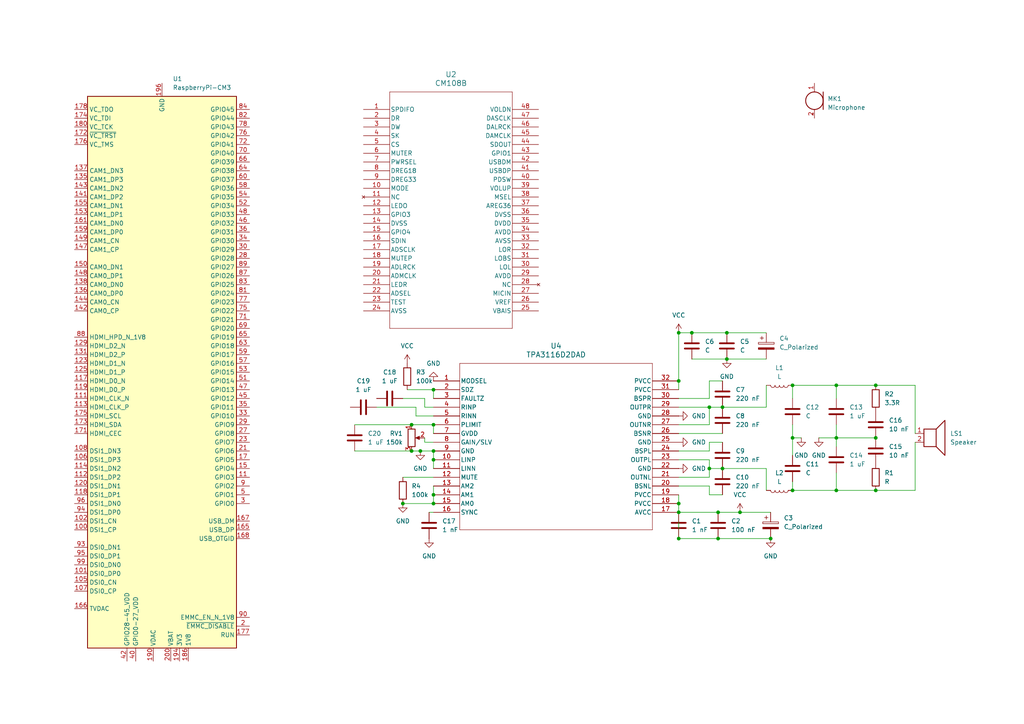
<source format=kicad_sch>
(kicad_sch (version 20250114) (generator "eeschema") (generator_version "9.0")
  (paper "A4")
  (lib_symbols
    (symbol "2026-02-20_16-41-48:CM108B" (pin_names (offset 0.254))
      (property "Reference" "U" (at 25.4 10.16 0))
      (property "Value" "CM108B" (at 25.4 7.62 0))
      (symbol "CM108B_0_1"
        (polyline (pts (xy 7.62 5.08) (xy 7.62 -63.5)) (stroke (width 0.127)))
        (polyline (pts (xy 7.62 -63.5) (xy 43.18 -63.5)) (stroke (width 0.127)))
        (polyline (pts (xy 43.18 5.08) (xy 7.62 5.08)) (stroke (width 0.127)))
        (polyline (pts (xy 43.18 -63.5) (xy 43.18 5.08)) (stroke (width 0.127)))
        (pin unspecified line (at 0 0 0) (length 7.62) (name "SPDIFO") (number "1"))
        (pin unspecified line (at 0 -2.54 0) (length 7.62) (name "DR") (number "2"))
        (pin unspecified line (at 0 -5.08 0) (length 7.62) (name "DW") (number "3"))
        (pin unspecified line (at 0 -7.62 0) (length 7.62) (name "SK") (number "4"))
        (pin unspecified line (at 0 -10.16 0) (length 7.62) (name "CS") (number "5"))
        (pin unspecified line (at 0 -12.7 0) (length 7.62) (name "MUTER") (number "6"))
        (pin unspecified line (at 0 -15.24 0) (length 7.62) (name "PWRSEL") (number "7"))
        (pin bidirectional line (at 0 -17.78 0) (length 7.62) (name "DREG18") (number "8"))
        (pin bidirectional line (at 0 -20.32 0) (length 7.62) (name "DREG33") (number "9"))
        (pin unspecified line (at 0 -22.86 0) (length 7.62) (name "MODE") (number "10"))
        (pin no_connect line (at 0 -25.4 0) (length 7.62) (name "NC") (number "11"))
        (pin unspecified line (at 0 -27.94 0) (length 7.62) (name "LEDO") (number "12"))
        (pin bidirectional line (at 0 -30.48 0) (length 7.62) (name "GPIO3") (number "13"))
        (pin power_out line (at 0 -33.02 0) (length 7.62) (name "DVSS") (number "14"))
        (pin bidirectional line (at 0 -35.56 0) (length 7.62) (name "GPIO4") (number "15"))
        (pin unspecified line (at 0 -38.1 0) (length 7.62) (name "SDIN") (number "16"))
        (pin unspecified line (at 0 -40.64 0) (length 7.62) (name "ADSCLK") (number "17"))
        (pin unspecified line (at 0 -43.18 0) (length 7.62) (name "MUTEP") (number "18"))
        (pin unspecified line (at 0 -45.72 0) (length 7.62) (name "ADLRCK") (number "19"))
        (pin unspecified line (at 0 -48.26 0) (length 7.62) (name "ADMCLK") (number "20"))
        (pin unspecified line (at 0 -50.8 0) (length 7.62) (name "LEDR") (number "21"))
        (pin unspecified line (at 0 -53.34 0) (length 7.62) (name "ADSEL") (number "22"))
        (pin unspecified line (at 0 -55.88 0) (length 7.62) (name "TEST") (number "23"))
        (pin power_out line (at 0 -58.42 0) (length 7.62) (name "AVSS") (number "24"))
        (pin unspecified line (at 50.8 0 180) (length 7.62) (name "VOLDN") (number "48"))
        (pin unspecified line (at 50.8 -2.54 180) (length 7.62) (name "DASCLK") (number "47"))
        (pin unspecified line (at 50.8 -5.08 180) (length 7.62) (name "DALRCK") (number "46"))
        (pin unspecified line (at 50.8 -7.62 180) (length 7.62) (name "DAMCLK") (number "45"))
        (pin output line (at 50.8 -10.16 180) (length 7.62) (name "SDOUT") (number "44"))
        (pin bidirectional line (at 50.8 -12.7 180) (length 7.62) (name "GPIO1") (number "43"))
        (pin unspecified line (at 50.8 -15.24 180) (length 7.62) (name "USBDM") (number "42"))
        (pin unspecified line (at 50.8 -17.78 180) (length 7.62) (name "USBDP") (number "41"))
        (pin unspecified line (at 50.8 -20.32 180) (length 7.62) (name "PDSW") (number "40"))
        (pin unspecified line (at 50.8 -22.86 180) (length 7.62) (name "VOLUP") (number "39"))
        (pin unspecified line (at 50.8 -25.4 180) (length 7.62) (name "MSEL") (number "38"))
        (pin unspecified line (at 50.8 -27.94 180) (length 7.62) (name "AREG36") (number "37"))
        (pin power_out line (at 50.8 -30.48 180) (length 7.62) (name "DVSS") (number "36"))
        (pin power_in line (at 50.8 -33.02 180) (length 7.62) (name "DVDD") (number "35"))
        (pin power_in line (at 50.8 -35.56 180) (length 7.62) (name "AVDD") (number "34"))
        (pin power_out line (at 50.8 -38.1 180) (length 7.62) (name "AVSS") (number "33"))
        (pin unspecified line (at 50.8 -40.64 180) (length 7.62) (name "LOR") (number "32"))
        (pin unspecified line (at 50.8 -43.18 180) (length 7.62) (name "LOBS") (number "31"))
        (pin unspecified line (at 50.8 -45.72 180) (length 7.62) (name "LOL") (number "30"))
        (pin power_in line (at 50.8 -48.26 180) (length 7.62) (name "AVDD") (number "29"))
        (pin no_connect line (at 50.8 -50.8 180) (length 7.62) (name "NC") (number "28"))
        (pin unspecified line (at 50.8 -53.34 180) (length 7.62) (name "MICIN") (number "27"))
        (pin power_in line (at 50.8 -55.88 180) (length 7.62) (name "VREF") (number "26"))
        (pin unspecified line (at 50.8 -58.42 180) (length 7.62) (name "VBAIS") (number "25"))
      )
    )
    (symbol "Device:C" (pin_numbers (hide yes)) (pin_names (offset 0.254))
      (property "Reference" "C" (at 0.635 2.54 0))
      (property "Value" "C" (at 0.635 -2.54 0))
      (symbol "C_0_1"
        (polyline (pts (xy -2.032 0.762) (xy 2.032 0.762)) (stroke (width 0.508)))
        (polyline (pts (xy -2.032 -0.762) (xy 2.032 -0.762)) (stroke (width 0.508)))
      )
      (symbol "C_1_1"
        (pin passive line (at 0 3.81 270) (length 2.794) (name "~") (number "1"))
        (pin passive line (at 0 -3.81 90) (length 2.794) (name "~") (number "2"))
      )
    )
    (symbol "Device:C_Polarized" (pin_numbers (hide yes)) (pin_names (offset 0.254))
      (property "Reference" "C" (at 0.635 2.54 0))
      (property "Value" "C_Polarized" (at 0.635 -2.54 0))
      (symbol "C_Polarized_0_1"
        (rectangle (start -2.286 0.508) (end 2.286 1.016))
        (polyline (pts (xy -1.778 2.286) (xy -0.762 2.286)))
        (polyline (pts (xy -1.27 2.794) (xy -1.27 1.778)))
        (rectangle (start 2.286 -0.508) (end -2.286 -1.016) (fill (type outline)))
      )
      (symbol "C_Polarized_1_1"
        (pin passive line (at 0 3.81 270) (length 2.794) (name "~") (number "1"))
        (pin passive line (at 0 -3.81 90) (length 2.794) (name "~") (number "2"))
      )
    )
    (symbol "Device:L" (pin_numbers (hide yes)) (pin_names (offset 1.016) (hide yes))
      (property "Reference" "L" (at -1.27 0 90))
      (property "Value" "L" (at 1.905 0 90))
      (symbol "L_0_1"
        (arc (start 0 2.54) (mid 0.6323 1.905) (end 0 1.27))
        (arc (start 0 1.27) (mid 0.6323 0.635) (end 0 0))
        (arc (start 0 0) (mid 0.6323 -0.635) (end 0 -1.27))
        (arc (start 0 -1.27) (mid 0.6323 -1.905) (end 0 -2.54))
      )
      (symbol "L_1_1"
        (pin passive line (at 0 3.81 270) (length 1.27) (name "1") (number "1"))
        (pin passive line (at 0 -3.81 90) (length 1.27) (name "2") (number "2"))
      )
    )
    (symbol "Device:Microphone" (pin_names (offset 0.0254) (hide yes))
      (property "Reference" "MK" (at -3.81 1.27 0))
      (property "Value" "Microphone" (at -3.81 -0.635 0))
      (symbol "Microphone_0_1"
        (polyline (pts (xy -2.54 2.54) (xy -2.54 -2.54)) (stroke (width 0.254)))
        (circle (center 0 0) (radius 2.54) (stroke (width 0.254)))
        (polyline (pts (xy 0.254 3.81) (xy 0.762 3.81)))
        (polyline (pts (xy 0.508 4.064) (xy 0.508 3.556)))
      )
      (symbol "Microphone_1_1"
        (pin passive line (at 0 5.08 270) (length 2.54) (name "+") (number "2"))
        (pin passive line (at 0 -5.08 90) (length 2.54) (name "-") (number "1"))
      )
    )
    (symbol "Device:R" (pin_numbers (hide yes)) (pin_names (offset 0))
      (property "Reference" "R" (at 2.032 0 90))
      (property "Value" "R" (at 0 0 90))
      (symbol "R_0_1"
        (rectangle (start -1.016 -2.54) (end 1.016 2.54) (stroke (width 0.254)))
      )
      (symbol "R_1_1"
        (pin passive line (at 0 3.81 270) (length 1.27) (name "~") (number "1"))
        (pin passive line (at 0 -3.81 90) (length 1.27) (name "~") (number "2"))
      )
    )
    (symbol "Device:R_Potentiometer" (pin_names (offset 1.016) (hide yes))
      (property "Reference" "RV" (at -4.445 0 90))
      (property "Value" "R_Potentiometer" (at -2.54 0 90))
      (symbol "R_Potentiometer_0_1"
        (rectangle (start 1.016 2.54) (end -1.016 -2.54) (stroke (width 0.254)))
        (polyline (pts (xy 1.143 0) (xy 2.286 0.508) (xy 2.286 -0.508) (xy 1.143 0)) (fill (type outline)))
        (polyline (pts (xy 2.54 0) (xy 1.524 0)))
      )
      (symbol "R_Potentiometer_1_1"
        (pin passive line (at 0 3.81 270) (length 1.27) (name "1") (number "1"))
        (pin passive line (at 0 -3.81 90) (length 1.27) (name "3") (number "3"))
        (pin passive line (at 3.81 0 180) (length 1.27) (name "2") (number "2"))
      )
    )
    (symbol "Device:Speaker" (pin_names (offset 0) (hide yes))
      (property "Reference" "LS" (at 1.27 5.715 0))
      (property "Value" "Speaker" (at 1.27 3.81 0))
      (symbol "Speaker_0_0"
        (rectangle (start -2.54 1.27) (end 1.016 -3.81) (stroke (width 0.254)))
        (polyline (pts (xy 1.016 1.27) (xy 3.556 3.81) (xy 3.556 -6.35) (xy 1.016 -3.81)) (stroke (width 0.254)))
      )
      (symbol "Speaker_1_1"
        (pin input line (at -5.08 0 0) (length 2.54) (name "1") (number "1"))
        (pin input line (at -5.08 -2.54 0) (length 2.54) (name "2") (number "2"))
      )
    )
    (symbol "MCU_Module:RaspberryPi-CM3"
      (property "Reference" "U" (at -20.32 81.28 0))
      (property "Value" "RaspberryPi-CM3" (at 20.32 81.28 0))
      (symbol "RaspberryPi-CM3_0_1"
        (rectangle (start -21.59 80.01) (end 21.59 -80.01) (stroke (width 0.254)) (fill (type background)))
      )
      (symbol "RaspberryPi-CM3_1_1"
        (pin input line (at -25.4 76.2 0) (length 3.81) (name "RUN") (number "177"))
        (pin input line (at -25.4 73.66 0) (length 3.81) (name "~{EMMC_DISABLE}") (number "2"))
        (pin output line (at -25.4 71.12 0) (length 3.81) (name "EMMC_EN_N_1V8") (number "90"))
        (pin passive line (at -25.4 48.26 0) (length 3.81) (name "USB_OTGID") (number "168"))
        (pin bidirectional line (at -25.4 45.72 0) (length 3.81) (name "USB_DP") (number "165"))
        (pin bidirectional line (at -25.4 43.18 0) (length 3.81) (name "USB_DM") (number "167"))
        (pin bidirectional line (at -25.4 38.1 0) (length 3.81) (name "GPIO0") (number "3"))
        (pin bidirectional line (at -25.4 35.56 0) (length 3.81) (name "GPIO1") (number "5"))
        (pin bidirectional line (at -25.4 33.02 0) (length 3.81) (name "GPIO2") (number "9"))
        (pin bidirectional line (at -25.4 30.48 0) (length 3.81) (name "GPIO3") (number "11"))
        (pin bidirectional line (at -25.4 27.94 0) (length 3.81) (name "GPIO4") (number "15"))
        (pin bidirectional line (at -25.4 25.4 0) (length 3.81) (name "GPIO5") (number "17"))
        (pin bidirectional line (at -25.4 22.86 0) (length 3.81) (name "GPIO6") (number "21"))
        (pin bidirectional line (at -25.4 20.32 0) (length 3.81) (name "GPIO7") (number "23"))
        (pin bidirectional line (at -25.4 17.78 0) (length 3.81) (name "GPIO8") (number "27"))
        (pin bidirectional line (at -25.4 15.24 0) (length 3.81) (name "GPIO9") (number "29"))
        (pin bidirectional line (at -25.4 12.7 0) (length 3.81) (name "GPIO10") (number "33"))
        (pin bidirectional line (at -25.4 10.16 0) (length 3.81) (name "GPIO11") (number "35"))
        (pin bidirectional line (at -25.4 7.62 0) (length 3.81) (name "GPIO12") (number "45"))
        (pin bidirectional line (at -25.4 5.08 0) (length 3.81) (name "GPIO13") (number "47"))
        (pin bidirectional line (at -25.4 2.54 0) (length 3.81) (name "GPIO14") (number "51"))
        (pin bidirectional line (at -25.4 0 0) (length 3.81) (name "GPIO15") (number "53"))
        (pin bidirectional line (at -25.4 -2.54 0) (length 3.81) (name "GPIO16") (number "57"))
        (pin bidirectional line (at -25.4 -5.08 0) (length 3.81) (name "GPIO17") (number "59"))
        (pin bidirectional line (at -25.4 -7.62 0) (length 3.81) (name "GPIO18") (number "63"))
        (pin bidirectional line (at -25.4 -10.16 0) (length 3.81) (name "GPIO19") (number "65"))
        (pin bidirectional line (at -25.4 -12.7 0) (length 3.81) (name "GPIO20") (number "69"))
        (pin bidirectional line (at -25.4 -15.24 0) (length 3.81) (name "GPIO21") (number "71"))
        (pin bidirectional line (at -25.4 -17.78 0) (length 3.81) (name "GPIO22") (number "75"))
        (pin bidirectional line (at -25.4 -20.32 0) (length 3.81) (name "GPIO23") (number "77"))
        (pin bidirectional line (at -25.4 -22.86 0) (length 3.81) (name "GPIO24") (number "81"))
        (pin bidirectional line (at -25.4 -25.4 0) (length 3.81) (name "GPIO25") (number "83"))
        (pin bidirectional line (at -25.4 -27.94 0) (length 3.81) (name "GPIO26") (number "87"))
        (pin bidirectional line (at -25.4 -30.48 0) (length 3.81) (name "GPIO27") (number "89"))
        (pin bidirectional line (at -25.4 -33.02 0) (length 3.81) (name "GPIO28") (number "28"))
        (pin bidirectional line (at -25.4 -35.56 0) (length 3.81) (name "GPIO29") (number "30"))
        (pin bidirectional line (at -25.4 -38.1 0) (length 3.81) (name "GPIO30") (number "34"))
        (pin bidirectional line (at -25.4 -40.64 0) (length 3.81) (name "GPIO31") (number "36"))
        (pin bidirectional line (at -25.4 -43.18 0) (length 3.81) (name "GPIO32") (number "46"))
        (pin bidirectional line (at -25.4 -45.72 0) (length 3.81) (name "GPIO33") (number "48"))
        (pin bidirectional line (at -25.4 -48.26 0) (length 3.81) (name "GPIO34") (number "52"))
        (pin bidirectional line (at -25.4 -50.8 0) (length 3.81) (name "GPIO35") (number "54"))
        (pin bidirectional line (at -25.4 -53.34 0) (length 3.81) (name "GPIO36") (number "58"))
        (pin bidirectional line (at -25.4 -55.88 0) (length 3.81) (name "GPIO37") (number "60"))
        (pin bidirectional line (at -25.4 -58.42 0) (length 3.81) (name "GPIO38") (number "64"))
        (pin bidirectional line (at -25.4 -60.96 0) (length 3.81) (name "GPIO39") (number "66"))
        (pin bidirectional line (at -25.4 -63.5 0) (length 3.81) (name "GPIO40") (number "70"))
        (pin bidirectional line (at -25.4 -66.04 0) (length 3.81) (name "GPIO41") (number "72"))
        (pin bidirectional line (at -25.4 -68.58 0) (length 3.81) (name "GPIO42") (number "76"))
        (pin bidirectional line (at -25.4 -71.12 0) (length 3.81) (name "GPIO43") (number "78"))
        (pin bidirectional line (at -25.4 -73.66 0) (length 3.81) (name "GPIO44") (number "82"))
        (pin bidirectional line (at -25.4 -76.2 0) (length 3.81) (name "GPIO45") (number "84"))
        (pin no_connect line (at -20.32 66.04 0) (length 2.54) (hide yes) (name "NC") (number "10"))
        (pin no_connect line (at -20.32 63.5 0) (length 2.54) (hide yes) (name "NC") (number "12"))
        (pin no_connect line (at -20.32 60.96 0) (length 2.54) (hide yes) (name "NC") (number "16"))
        (pin no_connect line (at -20.32 58.42 0) (length 2.54) (hide yes) (name "NC") (number "18"))
        (pin no_connect line (at -20.32 55.88 0) (length 2.54) (hide yes) (name "NC") (number "22"))
        (pin no_connect line (at -20.32 53.34 0) (length 2.54) (hide yes) (name "NC") (number "24"))
        (pin passive line (at -7.62 83.82 270) (length 3.81) (hide yes) (name "1V8") (number "183"))
        (pin passive line (at -7.62 83.82 270) (length 3.81) (hide yes) (name "1V8") (number "184"))
        (pin passive line (at -7.62 83.82 270) (length 3.81) (hide yes) (name "1V8") (number "185"))
        (pin power_in line (at -7.62 83.82 270) (length 3.81) (name "1V8") (number "186"))
        (pin passive line (at -5.08 83.82 270) (length 3.81) (hide yes) (name "3V3") (number "191"))
        (pin passive line (at -5.08 83.82 270) (length 3.81) (hide yes) (name "3V3") (number "192"))
        (pin passive line (at -5.08 83.82 270) (length 3.81) (hide yes) (name "3V3") (number "193"))
        (pin power_in line (at -5.08 83.82 270) (length 3.81) (name "3V3") (number "194"))
        (pin passive line (at -2.54 83.82 270) (length 3.81) (hide yes) (name "VBAT") (number "197"))
        (pin passive line (at -2.54 83.82 270) (length 3.81) (hide yes) (name "VBAT") (number "198"))
        (pin passive line (at -2.54 83.82 270) (length 3.81) (hide yes) (name "VBAT") (number "199"))
        (pin power_in line (at -2.54 83.82 270) (length 3.81) (name "VBAT") (number "200"))
        (pin no_connect line (at 0 78.74 270) (length 2.54) (hide yes) (name "VDD_CORE_(DO_NOT_CONNECT)") (number "179"))
        (pin passive line (at 0 -83.82 90) (length 3.81) (hide yes) (name "GND") (number "1"))
        (pin passive line (at 0 -83.82 90) (length 3.81) (hide yes) (name "GND") (number "103"))
        (pin passive line (at 0 -83.82 90) (length 3.81) (hide yes) (name "GND") (number "104"))
        (pin passive line (at 0 -83.82 90) (length 3.81) (hide yes) (name "GND") (number "109"))
        (pin passive line (at 0 -83.82 90) (length 3.81) (hide yes) (name "GND") (number "110"))
        (pin passive line (at 0 -83.82 90) (length 3.81) (hide yes) (name "GND") (number "115"))
        (pin passive line (at 0 -83.82 90) (length 3.81) (hide yes) (name "GND") (number "116"))
        (pin passive line (at 0 -83.82 90) (length 3.81) (hide yes) (name "GND") (number "121"))
        (pin passive line (at 0 -83.82 90) (length 3.81) (hide yes) (name "GND") (number "122"))
        (pin passive line (at 0 -83.82 90) (length 3.81) (hide yes) (name "GND") (number "127"))
        (pin passive line (at 0 -83.82 90) (length 3.81) (hide yes) (name "GND") (number "13"))
        (pin passive line (at 0 -83.82 90) (length 3.81) (hide yes) (name "GND") (number "133"))
        (pin passive line (at 0 -83.82 90) (length 3.81) (hide yes) (name "GND") (number "134"))
        (pin passive line (at 0 -83.82 90) (length 3.81) (hide yes) (name "GND") (number "139"))
        (pin passive line (at 0 -83.82 90) (length 3.81) (hide yes) (name "GND") (number "14"))
        (pin passive line (at 0 -83.82 90) (length 3.81) (hide yes) (name "GND") (number "140"))
        (pin passive line (at 0 -83.82 90) (length 3.81) (hide yes) (name "GND") (number "145"))
        (pin passive line (at 0 -83.82 90) (length 3.81) (hide yes) (name "GND") (number "146"))
        (pin passive line (at 0 -83.82 90) (length 3.81) (hide yes) (name "GND") (number "151"))
        (pin passive line (at 0 -83.82 90) (length 3.81) (hide yes) (name "GND") (number "152"))
        (pin passive line (at 0 -83.82 90) (length 3.81) (hide yes) (name "GND") (number "157"))
        (pin passive line (at 0 -83.82 90) (length 3.81) (hide yes) (name "GND") (number "163"))
        (pin passive line (at 0 -83.82 90) (length 3.81) (hide yes) (name "GND") (number "164"))
        (pin passive line (at 0 -83.82 90) (length 3.81) (hide yes) (name "GND") (number "169"))
        (pin passive line (at 0 -83.82 90) (length 3.81) (hide yes) (name "GND") (number "170"))
        (pin passive line (at 0 -83.82 90) (length 3.81) (hide yes) (name "GND") (number "181"))
        (pin passive line (at 0 -83.82 90) (length 3.81) (hide yes) (name "GND") (number "182"))
        (pin passive line (at 0 -83.82 90) (length 3.81) (hide yes) (name "GND") (number "187"))
        (pin passive line (at 0 -83.82 90) (length 3.81) (hide yes) (name "GND") (number "188"))
        (pin passive line (at 0 -83.82 90) (length 3.81) (hide yes) (name "GND") (number "19"))
        (pin passive line (at 0 -83.82 90) (length 3.81) (hide yes) (name "GND") (number "195"))
        (pin power_out line (at 0 -83.82 90) (length 3.81) (name "GND") (number "196"))
        (pin passive line (at 0 -83.82 90) (length 3.81) (hide yes) (name "GND") (number "20"))
        (pin passive line (at 0 -83.82 90) (length 3.81) (hide yes) (name "GND") (number "25"))
        (pin passive line (at 0 -83.82 90) (length 3.81) (hide yes) (name "GND") (number "26"))
        (pin passive line (at 0 -83.82 90) (length 3.81) (hide yes) (name "GND") (number "31"))
        (pin passive line (at 0 -83.82 90) (length 3.81) (hide yes) (name "GND") (number "32"))
        (pin passive line (at 0 -83.82 90) (length 3.81) (hide yes) (name "GND") (number "37"))
        (pin passive line (at 0 -83.82 90) (length 3.81) (hide yes) (name "GND") (number "38"))
        (pin passive line (at 0 -83.82 90) (length 3.81) (hide yes) (name "GND") (number "43"))
        (pin passive line (at 0 -83.82 90) (length 3.81) (hide yes) (name "GND") (number "44"))
        (pin passive line (at 0 -83.82 90) (length 3.81) (hide yes) (name "GND") (number "49"))
        (pin passive line (at 0 -83.82 90) (length 3.81) (hide yes) (name "GND") (number "50"))
        (pin passive line (at 0 -83.82 90) (length 3.81) (hide yes) (name "GND") (number "55"))
        (pin passive line (at 0 -83.82 90) (length 3.81) (hide yes) (name "GND") (number "56"))
        (pin passive line (at 0 -83.82 90) (length 3.81) (hide yes) (name "GND") (number "61"))
        (pin passive line (at 0 -83.82 90) (length 3.81) (hide yes) (name "GND") (number "62"))
        (pin passive line (at 0 -83.82 90) (length 3.81) (hide yes) (name "GND") (number "67"))
        (pin passive line (at 0 -83.82 90) (length 3.81) (hide yes) (name "GND") (number "68"))
        (pin passive line (at 0 -83.82 90) (length 3.81) (hide yes) (name "GND") (number "7"))
        (pin passive line (at 0 -83.82 90) (length 3.81) (hide yes) (name "GND") (number "73"))
        (pin passive line (at 0 -83.82 90) (length 3.81) (hide yes) (name "GND") (number "74"))
        (pin passive line (at 0 -83.82 90) (length 3.81) (hide yes) (name "GND") (number "79"))
        (pin passive line (at 0 -83.82 90) (length 3.81) (hide yes) (name "GND") (number "8"))
        (pin passive line (at 0 -83.82 90) (length 3.81) (hide yes) (name "GND") (number "80"))
        (pin passive line (at 0 -83.82 90) (length 3.81) (hide yes) (name "GND") (number "85"))
        (pin passive line (at 0 -83.82 90) (length 3.81) (hide yes) (name "GND") (number "86"))
        (pin passive line (at 0 -83.82 90) (length 3.81) (hide yes) (name "GND") (number "91"))
        (pin passive line (at 0 -83.82 90) (length 3.81) (hide yes) (name "GND") (number "92"))
        (pin passive line (at 0 -83.82 90) (length 3.81) (hide yes) (name "GND") (number "97"))
        (pin passive line (at 0 -83.82 90) (length 3.81) (hide yes) (name "GND") (number "98"))
        (pin passive line (at 2.54 83.82 270) (length 3.81) (hide yes) (name "VDAC") (number "189"))
        (pin power_in line (at 2.54 83.82 270) (length 3.81) (name "VDAC") (number "190"))
        (pin no_connect line (at 5.08 78.74 270) (length 2.54) (hide yes) (name "NC") (number "4"))
        (pin passive line (at 7.62 83.82 270) (length 3.81) (hide yes) (name "GPIO0-27_VDD") (number "39"))
        (pin power_in line (at 7.62 83.82 270) (length 3.81) (name "GPIO0-27_VDD") (number "40"))
        (pin passive line (at 10.16 83.82 270) (length 3.81) (hide yes) (name "GPIO28-45_VDD") (number "41"))
        (pin power_in line (at 10.16 83.82 270) (length 3.81) (name "GPIO28-45_VDD") (number "42"))
        (pin no_connect line (at 12.7 78.74 270) (length 2.54) (hide yes) (name "NC") (number "6"))
        (pin no_connect line (at 20.32 76.2 180) (length 2.54) (hide yes) (name "NC") (number "124"))
        (pin no_connect line (at 20.32 73.66 180) (length 2.54) (hide yes) (name "NC") (number "126"))
        (pin no_connect line (at 20.32 71.12 180) (length 2.54) (hide yes) (name "NC") (number "128"))
        (pin no_connect line (at 20.32 66.04 180) (length 2.54) (hide yes) (name "NC") (number "130"))
        (pin no_connect line (at 20.32 48.26 180) (length 2.54) (hide yes) (name "NC") (number "132"))
        (pin no_connect line (at 20.32 20.32 180) (length 2.54) (hide yes) (name "NC") (number "158"))
        (pin no_connect line (at 20.32 -12.7 180) (length 2.54) (hide yes) (name "NC") (number "156"))
        (pin no_connect line (at 20.32 -15.24 180) (length 2.54) (hide yes) (name "NC") (number "154"))
        (pin no_connect line (at 20.32 -60.96 180) (length 2.54) (hide yes) (name "NC") (number "160"))
        (pin no_connect line (at 20.32 -63.5 180) (length 2.54) (hide yes) (name "NC") (number "162"))
        (pin output line (at 25.4 68.58 180) (length 3.81) (name "TVDAC") (number "166"))
        (pin output line (at 25.4 63.5 180) (length 3.81) (name "DSI0_CP") (number "107"))
        (pin output line (at 25.4 60.96 180) (length 3.81) (name "DSI0_CN") (number "105"))
        (pin output line (at 25.4 58.42 180) (length 3.81) (name "DSI0_DP0") (number "101"))
        (pin output line (at 25.4 55.88 180) (length 3.81) (name "DSI0_DN0") (number "99"))
        (pin output line (at 25.4 53.34 180) (length 3.81) (name "DSI0_DP1") (number "95"))
        (pin output line (at 25.4 50.8 180) (length 3.81) (name "DSI0_DN1") (number "93"))
        (pin output line (at 25.4 45.72 180) (length 3.81) (name "DSI1_CP") (number "100"))
        (pin output line (at 25.4 43.18 180) (length 3.81) (name "DSI1_CN") (number "102"))
        (pin output line (at 25.4 40.64 180) (length 3.81) (name "DSI1_DP0") (number "94"))
        (pin output line (at 25.4 38.1 180) (length 3.81) (name "DSI1_DN0") (number "96"))
        (pin output line (at 25.4 35.56 180) (length 3.81) (name "DSI1_DP1") (number "118"))
        (pin output line (at 25.4 33.02 180) (length 3.81) (name "DSI1_DN1") (number "120"))
        (pin output line (at 25.4 30.48 180) (length 3.81) (name "DSI1_DP2") (number "112"))
        (pin output line (at 25.4 27.94 180) (length 3.81) (name "DSI1_DN2") (number "114"))
        (pin output line (at 25.4 25.4 180) (length 3.81) (name "DSI1_DP3") (number "106"))
        (pin output line (at 25.4 22.86 180) (length 3.81) (name "DSI1_DN3") (number "108"))
        (pin bidirectional line (at 25.4 17.78 180) (length 3.81) (name "HDMI_CEC") (number "171"))
        (pin bidirectional line (at 25.4 15.24 180) (length 3.81) (name "HDMI_SDA") (number "173"))
        (pin bidirectional line (at 25.4 12.7 180) (length 3.81) (name "HDMI_SCL") (number "175"))
        (pin output line (at 25.4 10.16 180) (length 3.81) (name "HDMI_CLK_P") (number "113"))
        (pin output line (at 25.4 7.62 180) (length 3.81) (name "HDMI_CLK_N") (number "111"))
        (pin output line (at 25.4 5.08 180) (length 3.81) (name "HDMI_D0_P") (number "119"))
        (pin output line (at 25.4 2.54 180) (length 3.81) (name "HDMI_D0_N") (number "117"))
        (pin output line (at 25.4 0 180) (length 3.81) (name "HDMI_D1_P") (number "125"))
        (pin output line (at 25.4 -2.54 180) (length 3.81) (name "HDMI_D1_N") (number "123"))
        (pin output line (at 25.4 -5.08 180) (length 3.81) (name "HDMI_D2_P") (number "131"))
        (pin output line (at 25.4 -7.62 180) (length 3.81) (name "HDMI_D2_N") (number "129"))
        (pin input line (at 25.4 -10.16 180) (length 3.81) (name "HDMI_HPD_N_1V8") (number "88"))
        (pin input line (at 25.4 -17.78 180) (length 3.81) (name "CAM0_CP") (number "142"))
        (pin input line (at 25.4 -20.32 180) (length 3.81) (name "CAM0_CN") (number "144"))
        (pin input line (at 25.4 -22.86 180) (length 3.81) (name "CAM0_DP0") (number "136"))
        (pin input line (at 25.4 -25.4 180) (length 3.81) (name "CAM0_DN0") (number "138"))
        (pin input line (at 25.4 -27.94 180) (length 3.81) (name "CAM0_DP1") (number "148"))
        (pin input line (at 25.4 -30.48 180) (length 3.81) (name "CAM0_DN1") (number "150"))
        (pin input line (at 25.4 -35.56 180) (length 3.81) (name "CAM1_CP") (number "147"))
        (pin input line (at 25.4 -38.1 180) (length 3.81) (name "CAM1_CN") (number "149"))
        (pin input line (at 25.4 -40.64 180) (length 3.81) (name "CAM1_DP0") (number "159"))
        (pin input line (at 25.4 -43.18 180) (length 3.81) (name "CAM1_DN0") (number "161"))
        (pin input line (at 25.4 -45.72 180) (length 3.81) (name "CAM1_DP1") (number "153"))
        (pin input line (at 25.4 -48.26 180) (length 3.81) (name "CAM1_DN1") (number "155"))
        (pin input line (at 25.4 -50.8 180) (length 3.81) (name "CAM1_DP2") (number "141"))
        (pin input line (at 25.4 -53.34 180) (length 3.81) (name "CAM1_DN2") (number "143"))
        (pin input line (at 25.4 -55.88 180) (length 3.81) (name "CAM1_DP3") (number "135"))
        (pin input line (at 25.4 -58.42 180) (length 3.81) (name "CAM1_DN3") (number "137"))
        (pin input line (at 25.4 -66.04 180) (length 3.81) (name "VC_TMS") (number "176"))
        (pin input line (at 25.4 -68.58 180) (length 3.81) (name "~{VC_TRST}") (number "172"))
        (pin input line (at 25.4 -71.12 180) (length 3.81) (name "VC_TCK") (number "180"))
        (pin input line (at 25.4 -73.66 180) (length 3.81) (name "VC_TDI") (number "174"))
        (pin output line (at 25.4 -76.2 180) (length 3.81) (name "VC_TDO") (number "178"))
      )
    )
    (symbol "TheOneIJustGotFromUltraLibrarian:TPA3116D2DAD" (pin_names (offset 0.254))
      (property "Reference" "U" (at 35.56 10.16 0))
      (property "Value" "TPA3116D2DAD" (at 35.56 7.62 0))
      (symbol "TPA3116D2DAD_0_1"
        (polyline (pts (xy 7.62 5.08) (xy 7.62 -43.18)) (stroke (width 0.127)))
        (polyline (pts (xy 7.62 -43.18) (xy 63.5 -43.18)) (stroke (width 0.127)))
        (polyline (pts (xy 63.5 5.08) (xy 7.62 5.08)) (stroke (width 0.127)))
        (polyline (pts (xy 63.5 -43.18) (xy 63.5 5.08)) (stroke (width 0.127)))
        (pin input line (at 0 0 0) (length 7.62) (name "MODSEL") (number "1"))
        (pin input line (at 0 -2.54 0) (length 7.62) (name "SDZ") (number "2"))
        (pin output line (at 0 -5.08 0) (length 7.62) (name "FAULTZ") (number "3"))
        (pin input line (at 0 -7.62 0) (length 7.62) (name "RINP") (number "4"))
        (pin input line (at 0 -10.16 0) (length 7.62) (name "RINN") (number "5"))
        (pin input line (at 0 -12.7 0) (length 7.62) (name "PLIMIT") (number "6"))
        (pin power_in line (at 0 -15.24 0) (length 7.62) (name "GVDD") (number "7"))
        (pin input line (at 0 -17.78 0) (length 7.62) (name "GAIN/SLV") (number "8"))
        (pin power_in line (at 0 -20.32 0) (length 7.62) (name "GND") (number "9"))
        (pin input line (at 0 -22.86 0) (length 7.62) (name "LINP") (number "10"))
        (pin input line (at 0 -25.4 0) (length 7.62) (name "LINN") (number "11"))
        (pin input line (at 0 -27.94 0) (length 7.62) (name "MUTE") (number "12"))
        (pin input line (at 0 -30.48 0) (length 7.62) (name "AM2") (number "13"))
        (pin input line (at 0 -33.02 0) (length 7.62) (name "AM1") (number "14"))
        (pin input line (at 0 -35.56 0) (length 7.62) (name "AM0") (number "15"))
        (pin bidirectional line (at 0 -38.1 0) (length 7.62) (name "SYNC") (number "16"))
        (pin power_in line (at 71.12 0 180) (length 7.62) (name "PVCC") (number "32"))
        (pin power_in line (at 71.12 -2.54 180) (length 7.62) (name "PVCC") (number "31"))
        (pin unspecified line (at 71.12 -5.08 180) (length 7.62) (name "BSPR") (number "30"))
        (pin output line (at 71.12 -7.62 180) (length 7.62) (name "OUTPR") (number "29"))
        (pin power_in line (at 71.12 -10.16 180) (length 7.62) (name "GND") (number "28"))
        (pin output line (at 71.12 -12.7 180) (length 7.62) (name "OUTNR") (number "27"))
        (pin unspecified line (at 71.12 -15.24 180) (length 7.62) (name "BSNR") (number "26"))
        (pin power_in line (at 71.12 -17.78 180) (length 7.62) (name "GND") (number "25"))
        (pin unspecified line (at 71.12 -20.32 180) (length 7.62) (name "BSPL") (number "24"))
        (pin output line (at 71.12 -22.86 180) (length 7.62) (name "OUTPL") (number "23"))
        (pin power_in line (at 71.12 -25.4 180) (length 7.62) (name "GND") (number "22"))
        (pin output line (at 71.12 -27.94 180) (length 7.62) (name "OUTNL") (number "21"))
        (pin unspecified line (at 71.12 -30.48 180) (length 7.62) (name "BSNL") (number "20"))
        (pin power_in line (at 71.12 -33.02 180) (length 7.62) (name "PVCC") (number "19"))
        (pin power_in line (at 71.12 -35.56 180) (length 7.62) (name "PVCC") (number "18"))
        (pin power_in line (at 71.12 -38.1 180) (length 7.62) (name "AVCC") (number "17"))
      )
    )
    (symbol "power:GND" (power) (pin_numbers (hide yes)) (pin_names (offset 0) (hide yes))
      (property "Value" "GND" (at 0 -3.81 0))
      (symbol "GND_0_1"
        (polyline (pts (xy 0 0) (xy 0 -1.27) (xy 1.27 -1.27) (xy 0 -2.54) (xy -1.27 -1.27) (xy 0 -1.27)))
      )
      (symbol "GND_1_1"
        (pin power_in line (at 0 0 270) (length 0) (name "~") (number "1"))
      )
    )
    (symbol "power:VCC" (power) (pin_numbers (hide yes)) (pin_names (offset 0) (hide yes))
      (property "Value" "VCC" (at 0 3.556 0))
      (symbol "VCC_0_1"
        (polyline (pts (xy -0.762 1.27) (xy 0 2.54)))
        (polyline (pts (xy 0 2.54) (xy 0.762 1.27)))
        (polyline (pts (xy 0 0) (xy 0 2.54)))
      )
      (symbol "VCC_1_1"
        (pin power_in line (at 0 0 90) (length 0) (name "~") (number "1"))
      )
    )
  )
  (junction (at 242.57 127))
  (junction (at 210.82 104.14))
  (junction (at 196.85 148.59))
  (junction (at 196.85 146.05))
  (junction (at 205.74 118.11))
  (junction (at 229.87 111.76))
  (junction (at 125.73 133.35))
  (junction (at 242.57 111.76))
  (junction (at 125.73 143.51))
  (junction (at 214.63 148.59))
  (junction (at 208.28 148.59))
  (junction (at 196.85 96.52))
  (junction (at 210.82 96.52))
  (junction (at 209.55 135.89))
  (junction (at 116.84 146.05))
  (junction (at 229.87 127))
  (junction (at 125.73 146.05))
  (junction (at 208.28 156.21))
  (junction (at 196.85 110.49))
  (junction (at 196.85 156.21))
  (junction (at 119.38 130.81))
  (junction (at 125.73 113.03))
  (junction (at 119.38 123.19))
  (junction (at 254 111.76))
  (junction (at 121.92 130.81))
  (junction (at 229.87 142.24))
  (junction (at 125.73 123.19))
  (junction (at 242.57 142.24))
  (junction (at 205.74 135.89))
  (junction (at 254 142.24))
  (junction (at 125.73 130.81))
  (junction (at 200.66 96.52))
  (junction (at 254 127))
  (junction (at 209.55 118.11))
  (junction (at 223.52 156.21))
  (wire (pts (xy 242.57 127) (xy 242.57 129.54)))
  (wire (pts (xy 205.74 138.43) (xy 205.74 135.89)))
  (wire (pts (xy 196.85 130.81) (xy 205.74 130.81)))
  (wire (pts (xy 196.85 140.97) (xy 205.74 140.97)))
  (wire (pts (xy 254 142.24) (xy 265.43 142.24)))
  (wire (pts (xy 196.85 138.43) (xy 205.74 138.43)))
  (wire (pts (xy 205.74 135.89) (xy 209.55 135.89)))
  (wire (pts (xy 265.43 111.76) (xy 265.43 125.73)))
  (wire (pts (xy 237.49 127) (xy 242.57 127)))
  (wire (pts (xy 102.87 123.19) (xy 119.38 123.19)))
  (wire (pts (xy 208.28 148.59) (xy 214.63 148.59)))
  (wire (pts (xy 196.85 146.05) (xy 196.85 148.59)))
  (wire (pts (xy 120.65 120.65) (xy 120.65 118.11)))
  (wire (pts (xy 205.74 115.57) (xy 205.74 110.49)))
  (wire (pts (xy 196.85 110.49) (xy 196.85 113.03)))
  (wire (pts (xy 124.46 148.59) (xy 125.73 148.59)))
  (wire (pts (xy 209.55 135.89) (xy 222.25 135.89)))
  (wire (pts (xy 123.19 118.11) (xy 125.73 118.11)))
  (wire (pts (xy 208.28 156.21) (xy 223.52 156.21)))
  (wire (pts (xy 205.74 140.97) (xy 205.74 143.51)))
  (wire (pts (xy 210.82 96.52) (xy 222.25 96.52)))
  (wire (pts (xy 254 111.76) (xy 265.43 111.76)))
  (wire (pts (xy 222.25 135.89) (xy 222.25 142.24)))
  (wire (pts (xy 222.25 111.76) (xy 222.25 118.11)))
  (wire (pts (xy 205.74 133.35) (xy 205.74 135.89)))
  (wire (pts (xy 205.74 128.27) (xy 209.55 128.27)))
  (wire (pts (xy 196.85 96.52) (xy 200.66 96.52)))
  (wire (pts (xy 125.73 130.81) (xy 125.73 133.35)))
  (wire (pts (xy 254 142.24) (xy 242.57 142.24)))
  (wire (pts (xy 242.57 137.16) (xy 242.57 142.24)))
  (wire (pts (xy 205.74 130.81) (xy 205.74 128.27)))
  (wire (pts (xy 116.84 138.43) (xy 125.73 138.43)))
  (wire (pts (xy 125.73 143.51) (xy 125.73 146.05)))
  (wire (pts (xy 229.87 142.24) (xy 242.57 142.24)))
  (wire (pts (xy 125.73 120.65) (xy 120.65 120.65)))
  (wire (pts (xy 254 127) (xy 242.57 127)))
  (wire (pts (xy 119.38 123.19) (xy 125.73 123.19)))
  (wire (pts (xy 125.73 113.03) (xy 125.73 115.57)))
  (wire (pts (xy 123.19 127) (xy 123.19 128.27)))
  (wire (pts (xy 229.87 115.57) (xy 229.87 111.76)))
  (wire (pts (xy 102.87 130.81) (xy 119.38 130.81)))
  (wire (pts (xy 196.85 125.73) (xy 209.55 125.73)))
  (wire (pts (xy 210.82 104.14) (xy 222.25 104.14)))
  (wire (pts (xy 121.92 130.81) (xy 125.73 130.81)))
  (wire (pts (xy 125.73 133.35) (xy 125.73 135.89)))
  (wire (pts (xy 118.11 113.03) (xy 125.73 113.03)))
  (wire (pts (xy 196.85 156.21) (xy 208.28 156.21)))
  (wire (pts (xy 229.87 123.19) (xy 229.87 127)))
  (wire (pts (xy 209.55 118.11) (xy 222.25 118.11)))
  (wire (pts (xy 116.84 146.05) (xy 125.73 146.05)))
  (wire (pts (xy 125.73 140.97) (xy 125.73 143.51)))
  (wire (pts (xy 254 111.76) (xy 242.57 111.76)))
  (wire (pts (xy 196.85 123.19) (xy 205.74 123.19)))
  (wire (pts (xy 123.19 115.57) (xy 123.19 118.11)))
  (wire (pts (xy 116.84 115.57) (xy 123.19 115.57)))
  (wire (pts (xy 214.63 148.59) (xy 223.52 148.59)))
  (wire (pts (xy 119.38 130.81) (xy 121.92 130.81)))
  (wire (pts (xy 196.85 115.57) (xy 205.74 115.57)))
  (wire (pts (xy 229.87 111.76) (xy 242.57 111.76)))
  (wire (pts (xy 196.85 143.51) (xy 196.85 146.05)))
  (wire (pts (xy 229.87 127) (xy 232.41 127)))
  (wire (pts (xy 205.74 118.11) (xy 205.74 123.19)))
  (wire (pts (xy 196.85 148.59) (xy 208.28 148.59)))
  (wire (pts (xy 229.87 139.7) (xy 229.87 142.24)))
  (wire (pts (xy 205.74 143.51) (xy 209.55 143.51)))
  (wire (pts (xy 205.74 118.11) (xy 209.55 118.11)))
  (wire (pts (xy 196.85 110.49) (xy 196.85 96.52)))
  (wire (pts (xy 242.57 111.76) (xy 242.57 115.57)))
  (wire (pts (xy 200.66 96.52) (xy 210.82 96.52)))
  (wire (pts (xy 125.73 123.19) (xy 125.73 125.73)))
  (wire (pts (xy 196.85 148.59) (xy 196.85 156.21)))
  (wire (pts (xy 125.73 128.27) (xy 123.19 128.27)))
  (wire (pts (xy 242.57 123.19) (xy 242.57 127)))
  (wire (pts (xy 265.43 128.27) (xy 265.43 142.24)))
  (wire (pts (xy 205.74 110.49) (xy 209.55 110.49)))
  (wire (pts (xy 229.87 127) (xy 229.87 132.08)))
  (wire (pts (xy 196.85 133.35) (xy 205.74 133.35)))
  (wire (pts (xy 109.22 118.11) (xy 120.65 118.11)))
  (wire (pts (xy 200.66 104.14) (xy 210.82 104.14)))
  (wire (pts (xy 196.85 118.11) (xy 205.74 118.11)))
  (symbol (lib_id "power:GND") (at 196.85 135.89 90) (unit 1)
    (property "Reference" "#PWR03" (effects (hide yes)))
    (property "Value" "GND" (at 200.66 135.8899 90) (effects (justify right)))
    (property "Description" "Power symbol creates a global label with name \"GND\" , ground" (effects (hide yes)))
  )
  (symbol (lib_id "Device:R") (at 254 138.43 0) (unit 1)
    (property "Reference" "R1" (at 256.54 137.1599 0) (effects (justify left)))
    (property "Value" "R" (at 256.54 139.6999 0) (effects (justify left)))
    (property "Description" "Resistor" (effects (hide yes)))
  )
  (symbol (lib_id "power:VCC") (at 196.85 96.52 0) (unit 1)
    (property "Reference" "#PWR09" (effects (hide yes)))
    (property "Value" "VCC" (at 196.85 91.44 0))
    (property "Description" "Power symbol creates a global label with name \"VCC\"" (effects (hide yes)))
  )
  (symbol (lib_id "Device:L") (at 226.06 142.24 270) (unit 1)
    (property "Reference" "L2" (at 226.06 137.16 90))
    (property "Value" "L" (at 226.06 139.7 90))
    (property "Description" "Inductor" (effects (hide yes)))
  )
  (symbol (lib_id "2026-02-20_16-41-48:CM108B") (at 105.41 31.75 0) (unit 1)
    (property "Reference" "U2" (at 130.81 21.59 0) (effects (font (size 1.524 1.524))))
    (property "Value" "CM108B" (at 130.81 24.13 0) (effects (font (size 1.524 1.524))))
    (property "Footprint" "IC48_CM108B_CME" (effects (hide yes)))
    (property "Datasheet" "CM108B" (effects (hide yes)))
  )
  (symbol (lib_id "power:VCC") (at 214.63 148.59 0) (unit 1)
    (property "Reference" "#PWR08" (effects (hide yes)))
    (property "Value" "VCC" (at 214.63 143.51 0))
    (property "Description" "Power symbol creates a global label with name \"VCC\"" (effects (hide yes)))
  )
  (symbol (lib_id "Device:C") (at 196.85 152.4 0) (unit 1)
    (property "Reference" "C1" (at 200.66 151.1299 0) (effects (justify left)))
    (property "Value" "1 nF" (at 200.66 153.6699 0) (effects (justify left)))
    (property "Description" "Unpolarized capacitor" (effects (hide yes)))
  )
  (symbol (lib_id "Device:C") (at 200.66 100.33 0) (unit 1)
    (property "Reference" "C6" (at 204.47 99.0599 0) (effects (justify left)))
    (property "Value" "C" (at 204.47 101.5999 0) (effects (justify left)))
    (property "Description" "Unpolarized capacitor" (effects (hide yes)))
  )
  (symbol (lib_id "Device:C") (at 208.28 152.4 0) (unit 1)
    (property "Reference" "C2" (at 212.09 151.1299 0) (effects (justify left)))
    (property "Value" "100 nF" (at 212.09 153.6699 0) (effects (justify left)))
    (property "Description" "Unpolarized capacitor" (effects (hide yes)))
  )
  (symbol (lib_id "power:GND") (at 196.85 120.65 90) (unit 1)
    (property "Reference" "#PWR01" (effects (hide yes)))
    (property "Value" "GND" (at 200.66 120.6499 90) (effects (justify right)))
    (property "Description" "Power symbol creates a global label with name \"GND\" , ground" (effects (hide yes)))
  )
  (symbol (lib_id "Device:C") (at 209.55 132.08 180) (unit 1)
    (property "Reference" "C9" (at 213.36 130.8099 0) (effects (justify right)))
    (property "Value" "220 nF" (at 213.36 133.3499 0) (effects (justify right)))
    (property "Description" "Unpolarized capacitor" (effects (hide yes)))
  )
  (symbol (lib_id "Device:R_Potentiometer") (at 119.38 127 0) (unit 1)
    (property "Reference" "RV1" (at 116.84 125.7299 0) (effects (justify right)))
    (property "Value" "150k" (at 116.84 128.2699 0) (effects (justify right)))
    (property "Description" "Potentiometer" (effects (hide yes)))
  )
  (symbol (lib_id "Device:C") (at 242.57 133.35 180) (unit 1)
    (property "Reference" "C14" (at 246.38 132.0799 0) (effects (justify right)))
    (property "Value" "1 uF" (at 246.38 134.6199 0) (effects (justify right)))
    (property "Description" "Unpolarized capacitor" (effects (hide yes)))
  )
  (symbol (lib_id "Device:R") (at 254 115.57 0) (unit 1)
    (property "Reference" "R2" (at 256.54 114.2999 0) (effects (justify left)))
    (property "Value" "3.3R" (at 256.54 116.8399 0) (effects (justify left)))
    (property "Description" "Resistor" (effects (hide yes)))
  )
  (symbol (lib_id "power:VCC") (at 118.11 105.41 0) (unit 1)
    (property "Reference" "#PWR014" (effects (hide yes)))
    (property "Value" "VCC" (at 118.11 100.33 0))
    (property "Description" "Power symbol creates a global label with name \"VCC\"" (effects (hide yes)))
  )
  (symbol (lib_id "power:GND") (at 116.84 146.05 0) (unit 1)
    (property "Reference" "#PWR013" (effects (hide yes)))
    (property "Value" "GND" (at 116.84 151.13 0))
    (property "Description" "Power symbol creates a global label with name \"GND\" , ground" (effects (hide yes)))
  )
  (symbol (lib_id "Device:C") (at 102.87 127 180) (unit 1)
    (property "Reference" "C20" (at 106.68 125.7299 0) (effects (justify right)))
    (property "Value" "1 uF" (at 106.68 128.2699 0) (effects (justify right)))
    (property "Description" "Unpolarized capacitor" (effects (hide yes)))
  )
  (symbol (lib_id "Device:C") (at 229.87 135.89 180) (unit 1)
    (property "Reference" "C11" (at 233.68 134.6199 0) (effects (justify right)))
    (property "Value" "C" (at 233.68 137.1599 0) (effects (justify right)))
    (property "Description" "Unpolarized capacitor" (effects (hide yes)))
  )
  (symbol (lib_id "Device:Speaker") (at 270.51 125.73 0) (unit 1)
    (property "Reference" "LS1" (at 275.59 125.7299 0) (effects (justify left)))
    (property "Value" "Speaker" (at 275.59 128.2699 0) (effects (justify left)))
    (property "Description" "Speaker" (effects (hide yes)))
  )
  (symbol (lib_id "Device:C") (at 242.57 119.38 180) (unit 1)
    (property "Reference" "C13" (at 246.38 118.1099 0) (effects (justify right)))
    (property "Value" "1 uF" (at 246.38 120.6499 0) (effects (justify right)))
    (property "Description" "Unpolarized capacitor" (effects (hide yes)))
  )
  (symbol (lib_id "Device:C") (at 254 130.81 180) (unit 1)
    (property "Reference" "C15" (at 257.81 129.5399 0) (effects (justify right)))
    (property "Value" "10 nF" (at 257.81 132.0799 0) (effects (justify right)))
    (property "Description" "Unpolarized capacitor" (effects (hide yes)))
  )
  (symbol (lib_id "Device:C") (at 209.55 139.7 180) (unit 1)
    (property "Reference" "C10" (at 213.36 138.4299 0) (effects (justify right)))
    (property "Value" "220 nF" (at 213.36 140.9699 0) (effects (justify right)))
    (property "Description" "Unpolarized capacitor" (effects (hide yes)))
  )
  (symbol (lib_id "Device:C") (at 210.82 100.33 0) (unit 1)
    (property "Reference" "C5" (at 214.63 99.0599 0) (effects (justify left)))
    (property "Value" "C" (at 214.63 101.5999 0) (effects (justify left)))
    (property "Description" "Unpolarized capacitor" (effects (hide yes)))
  )
  (symbol (lib_id "power:GND") (at 223.52 156.21 0) (unit 1)
    (property "Reference" "#PWR07" (effects (hide yes)))
    (property "Value" "GND" (at 223.52 161.29 0))
    (property "Description" "Power symbol creates a global label with name \"GND\" , ground" (effects (hide yes)))
  )
  (symbol (lib_id "power:GND") (at 232.41 127 0) (unit 1)
    (property "Reference" "#PWR05" (effects (hide yes)))
    (property "Value" "GND" (at 232.41 132.08 0))
    (property "Description" "Power symbol creates a global label with name \"GND\" , ground" (effects (hide yes)))
  )
  (symbol (lib_id "Device:C") (at 124.46 152.4 0) (unit 1)
    (property "Reference" "C17" (at 128.27 151.1299 0) (effects (justify left)))
    (property "Value" "1 nF" (at 128.27 153.6699 0) (effects (justify left)))
    (property "Description" "Unpolarized capacitor" (effects (hide yes)))
  )
  (symbol (lib_id "TheOneIJustGotFromUltraLibrarian:TPA3116D2DAD") (at 125.73 110.49 0) (unit 1)
    (property "Reference" "U4" (at 161.29 100.33 0) (effects (font (size 1.524 1.524))))
    (property "Value" "TPA3116D2DAD" (at 161.29 102.87 0) (effects (font (size 1.524 1.524))))
    (property "Footprint" "DAD32_TEX" (effects (hide yes)))
    (property "Datasheet" "https://www.ti.com/lit/gpn/tpa3116d2" (effects (hide yes)))
  )
  (symbol (lib_id "Device:C") (at 254 123.19 180) (unit 1)
    (property "Reference" "C16" (at 257.81 121.9199 0) (effects (justify right)))
    (property "Value" "10 nF" (at 257.81 124.4599 0) (effects (justify right)))
    (property "Description" "Unpolarized capacitor" (effects (hide yes)))
  )
  (symbol (lib_id "power:GND") (at 121.92 130.81 0) (unit 1)
    (property "Reference" "#PWR011" (effects (hide yes)))
    (property "Value" "GND" (at 121.92 135.89 0))
    (property "Description" "Power symbol creates a global label with name \"GND\" , ground" (effects (hide yes)))
  )
  (symbol (lib_id "power:GND") (at 196.85 128.27 90) (unit 1)
    (property "Reference" "#PWR02" (effects (hide yes)))
    (property "Value" "GND" (at 200.66 128.2699 90) (effects (justify right)))
    (property "Description" "Power symbol creates a global label with name \"GND\" , ground" (effects (hide yes)))
  )
  (symbol (lib_id "Device:C_Polarized") (at 223.52 152.4 0) (unit 1)
    (property "Reference" "C3" (at 227.33 150.2409 0) (effects (justify left)))
    (property "Value" "C_Polarized" (at 227.33 152.7809 0) (effects (justify left)))
    (property "Description" "Polarized capacitor" (effects (hide yes)))
  )
  (symbol (lib_id "Device:C") (at 113.03 115.57 270) (unit 1)
    (property "Reference" "C18" (at 113.03 107.95 90))
    (property "Value" "1 uF" (at 113.03 110.49 90))
    (property "Description" "Unpolarized capacitor" (effects (hide yes)))
  )
  (symbol (lib_id "Device:C") (at 209.55 121.92 180) (unit 1)
    (property "Reference" "C8" (at 213.36 120.6499 0) (effects (justify right)))
    (property "Value" "220 nF" (at 213.36 123.1899 0) (effects (justify right)))
    (property "Description" "Unpolarized capacitor" (effects (hide yes)))
  )
  (symbol (lib_id "power:GND") (at 210.82 104.14 0) (unit 1)
    (property "Reference" "#PWR06" (effects (hide yes)))
    (property "Value" "GND" (at 210.82 109.22 0))
    (property "Description" "Power symbol creates a global label with name \"GND\" , ground" (effects (hide yes)))
  )
  (symbol (lib_id "Device:C") (at 229.87 119.38 180) (unit 1)
    (property "Reference" "C12" (at 233.68 118.1099 0) (effects (justify right)))
    (property "Value" "C" (at 233.68 120.6499 0) (effects (justify right)))
    (property "Description" "Unpolarized capacitor" (effects (hide yes)))
  )
  (symbol (lib_id "power:GND") (at 237.49 127 0) (unit 1)
    (property "Reference" "#PWR04" (effects (hide yes)))
    (property "Value" "GND" (at 237.49 132.08 0))
    (property "Description" "Power symbol creates a global label with name \"GND\" , ground" (effects (hide yes)))
  )
  (symbol (lib_id "Device:R") (at 116.84 142.24 0) (unit 1)
    (property "Reference" "R4" (at 119.38 140.9699 0) (effects (justify left)))
    (property "Value" "100k" (at 119.38 143.5099 0) (effects (justify left)))
    (property "Description" "Resistor" (effects (hide yes)))
  )
  (symbol (lib_id "power:GND") (at 125.73 110.49 180) (unit 1)
    (property "Reference" "#PWR010" (effects (hide yes)))
    (property "Value" "GND" (at 125.73 105.41 0))
    (property "Description" "Power symbol creates a global label with name \"GND\" , ground" (effects (hide yes)))
  )
  (symbol (lib_id "Device:L") (at 226.06 111.76 270) (unit 1)
    (property "Reference" "L1" (at 226.06 106.68 90))
    (property "Value" "L" (at 226.06 109.22 90))
    (property "Description" "Inductor" (effects (hide yes)))
  )
  (symbol (lib_id "Device:C_Polarized") (at 222.25 100.33 0) (unit 1)
    (property "Reference" "C4" (at 226.06 98.1709 0) (effects (justify left)))
    (property "Value" "C_Polarized" (at 226.06 100.7109 0) (effects (justify left)))
    (property "Description" "Polarized capacitor" (effects (hide yes)))
  )
  (symbol (lib_id "MCU_Module:RaspberryPi-CM3") (at 46.99 107.95 180) (unit 1)
    (property "Reference" "U1" (at 50.1081 22.86 0) (effects (justify right)))
    (property "Value" "RaspberryPi-CM3" (at 50.1081 25.4 0) (effects (justify right)))
    (property "Datasheet" "https://www.raspberrypi.org/documentation/hardware/computemodule/datasheets/rpi_DATA_CM_1p0.pdf" (effects (hide yes)))
    (property "Description" "BCM2837 Broadcom 1.2 GHZ quad core, 1 GB RAM 4 GB eMMC,  industrial SoM computer" (effects (hide yes)))
  )
  (symbol (lib_id "power:GND") (at 124.46 156.21 0) (unit 1)
    (property "Reference" "#PWR012" (effects (hide yes)))
    (property "Value" "GND" (at 124.46 161.29 0))
    (property "Description" "Power symbol creates a global label with name \"GND\" , ground" (effects (hide yes)))
  )
  (symbol (lib_id "Device:Microphone") (at 236.22 29.21 180) (unit 1)
    (property "Reference" "MK1" (at 240.03 28.6384 0) (effects (justify right)))
    (property "Value" "Microphone" (at 240.03 31.1784 0) (effects (justify right)))
    (property "Description" "Microphone" (effects (hide yes)))
  )
  (symbol (lib_id "Device:R") (at 118.11 109.22 0) (unit 1)
    (property "Reference" "R3" (at 120.65 107.9499 0) (effects (justify left)))
    (property "Value" "100k" (at 120.65 110.4899 0) (effects (justify left)))
    (property "Description" "Resistor" (effects (hide yes)))
  )
  (symbol (lib_id "Device:C") (at 209.55 114.3 180) (unit 1)
    (property "Reference" "C7" (at 213.36 113.0299 0) (effects (justify right)))
    (property "Value" "220 nF" (at 213.36 115.5699 0) (effects (justify right)))
    (property "Description" "Unpolarized capacitor" (effects (hide yes)))
  )
  (symbol (lib_id "Device:C") (at 105.41 118.11 270) (unit 1)
    (property "Reference" "C19" (at 105.41 110.49 90))
    (property "Value" "1 uF" (at 105.41 113.03 90))
    (property "Description" "Unpolarized capacitor" (effects (hide yes)))
  )
  (sheet (at 313.69 1.27) (size 241.3 198.12) (stroke (width 0.1524))
    (property "Sheetname" "CM108 test" (at 313.69 0.5584 0) (effects (justify left bottom)))
    (property "Sheetfile" "cm108.kicad_sch" (at 313.69 199.9746 0) (effects (justify left top)))
  )
)
</source>
